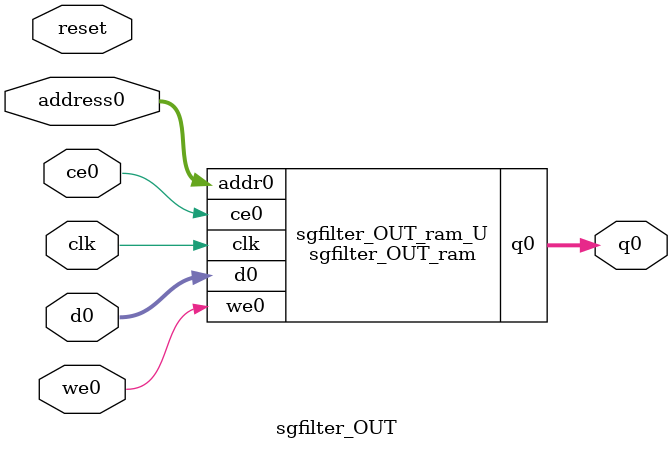
<source format=v>
`timescale 1 ns / 1 ps
module sgfilter_OUT_ram (addr0, ce0, d0, we0, q0,  clk);

parameter DWIDTH = 32;
parameter AWIDTH = 25;
parameter MEM_SIZE = 25952256;

input[AWIDTH-1:0] addr0;
input ce0;
input[DWIDTH-1:0] d0;
input we0;
output wire[DWIDTH-1:0] q0;
input clk;

(* ram_style = "block" *)reg [DWIDTH-1:0] ram[0:MEM_SIZE-1];
wire [AWIDTH-1:0] addr0_t0; 
reg [AWIDTH-1:0] addr0_t1; 
wire [DWIDTH-1:0] d0_t0; 
wire we0_t0; 
reg [DWIDTH-1:0] d0_t1; 
reg we0_t1; 
reg [DWIDTH-1:0] q0_t0;
reg [DWIDTH-1:0] q0_t1;


assign addr0_t0 = addr0;
assign d0_t0 = d0;
assign we0_t0 = we0;
assign q0 = q0_t1;

always @(posedge clk)  
begin
    if (ce0) 
    begin
        addr0_t1 <= addr0_t0; 
        d0_t1 <= d0_t0;
        we0_t1 <= we0_t0;
        q0_t1 <= q0_t0;
    end
end


always @(posedge clk)  
begin 
    if (ce0) 
    begin
        if (we0_t1) 
        begin 
            ram[addr0_t1] <= d0_t1; 
        end 
        q0_t0 <= ram[addr0_t1];
    end
end


endmodule

`timescale 1 ns / 1 ps
module sgfilter_OUT(
    reset,
    clk,
    address0,
    ce0,
    we0,
    d0,
    q0);

parameter DataWidth = 32'd32;
parameter AddressRange = 32'd25952256;
parameter AddressWidth = 32'd25;
input reset;
input clk;
input[AddressWidth - 1:0] address0;
input ce0;
input we0;
input[DataWidth - 1:0] d0;
output[DataWidth - 1:0] q0;



sgfilter_OUT_ram sgfilter_OUT_ram_U(
    .clk( clk ),
    .addr0( address0 ),
    .ce0( ce0 ),
    .we0( we0 ),
    .d0( d0 ),
    .q0( q0 ));

endmodule


</source>
